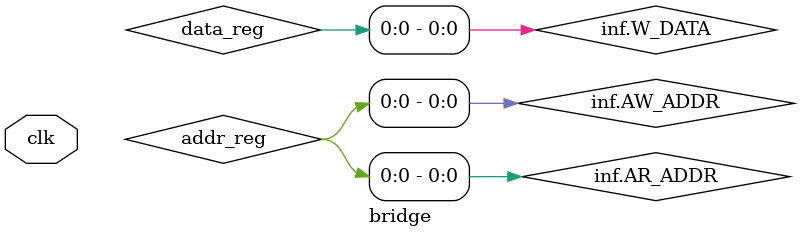
<source format=sv>
module bridge(input clk, INF.bridge_inf inf);

//================================================================
// Logic 
//================================================================
logic [63:0] data_reg;
logic [16:0] addr_reg;



//================================================================
// data and address 
//================================================================
always_ff @ (posedge clk or negedge inf.rst_n) begin 
	if (!inf.rst_n) data_reg <= 0 ;
	else if (inf.R_VALID) data_reg <= inf.R_DATA ;
	else if (inf.C_in_valid) data_reg <= inf.C_data_w ;
	else data_reg <= data_reg ;
end

always_ff @ (posedge clk or negedge inf.rst_n) begin 
	if (!inf.rst_n) addr_reg <= 0 ;
	else if (inf.C_in_valid) addr_reg <= 65536 + ({9'd0, (inf.C_addr)} << 3) ;
	else addr_reg <= addr_reg ;
end

//================================================================
// AXI 
//================================================================

//(1)Read Address 
always_ff @ (posedge clk or negedge inf.rst_n) begin
	if (!inf.rst_n) inf.AR_VALID <= 0 ;
	else if (inf.C_in_valid & inf.C_r_wb) inf.AR_VALID <= 1 ;
	else if (inf.AR_VALID) inf.AR_VALID <= 0 ;
    else inf.AR_VALID <= inf.AR_VALID ;
end

always_comb begin : AR_ADDR
	inf.AR_ADDR = addr_reg ;
end

//(2)Read Data
always_ff @ (posedge clk or negedge inf.rst_n) begin
	if (!inf.rst_n) inf.R_READY <= 0 ;
	else if (inf.AR_VALID) inf.R_READY <= 1 ;
	else if (inf.R_VALID) inf.R_READY <= 0 ;
	else inf.R_READY <= inf.R_READY ;
end


//(3)Write Address 
always_ff @ (posedge clk or negedge inf.rst_n) begin
	if (!inf.rst_n) inf.AW_VALID <= 0 ;
	else if (inf.C_in_valid & !inf.C_r_wb) inf.AW_VALID <= 1 ;
	else if (inf.AW_READY) inf.AW_VALID <= 0 ;
    else inf.AW_VALID <= inf.AW_VALID ;
end

always_comb begin : AW_ADDR
	inf.AW_ADDR = addr_reg ;
end

//(4)Write Data
always_ff @ (posedge clk or negedge inf.rst_n) begin
	if (!inf.rst_n) inf.W_VALID <= 0 ;
	else if (inf.AW_READY) inf.W_VALID <= 1 ;
	else if (inf.W_READY) inf.W_VALID <= 0 ;
	else inf.W_VALID <= inf.W_VALID ;
end

always_comb begin : W_DATA
	inf.W_DATA = data_reg ;
end


always_ff @ (posedge clk or negedge inf.rst_n) begin
	if (!inf.rst_n) inf.B_READY <= 0 ;
	else if (inf.W_READY) inf.B_READY <= 1 ;
	else if (inf.B_VALID) inf.B_READY <= 0 ;
	else inf.B_READY <= inf.B_READY ;
end

//================================================================
// Output
//================================================================
logic waiting_data;
always_ff @ (posedge clk or negedge inf.rst_n) begin
	if (!inf.rst_n) begin 
		waiting_data <= 0 ;
	end
	else if (inf.R_VALID & !inf.C_out_valid) waiting_data <= 1 ;
	else if (inf.B_VALID & !inf.C_out_valid) waiting_data <= 1 ;
	else if (inf.C_out_valid) waiting_data <= 0 ;
	else waiting_data <= waiting_data ;
end


always_ff @ (posedge clk or negedge inf.rst_n) begin
	if (!inf.rst_n) begin 
		inf.C_out_valid <= 0 ;
	end
	else if (waiting_data) inf.C_out_valid <= 1 ;
	else if (!waiting_data) inf.C_out_valid <= 0 ;
	else inf.C_out_valid <= inf.C_out_valid ;
end

always_ff @ (posedge clk or negedge inf.rst_n) begin
	if (!inf.rst_n) begin 
		inf.C_data_r <= 0 ;
	end
	else if (waiting_data) inf.C_data_r <= data_reg ;
	else if (!waiting_data) inf.C_data_r <= 0 ;
	else inf.C_data_r <= inf.C_data_r ;
end

endmodule
</source>
